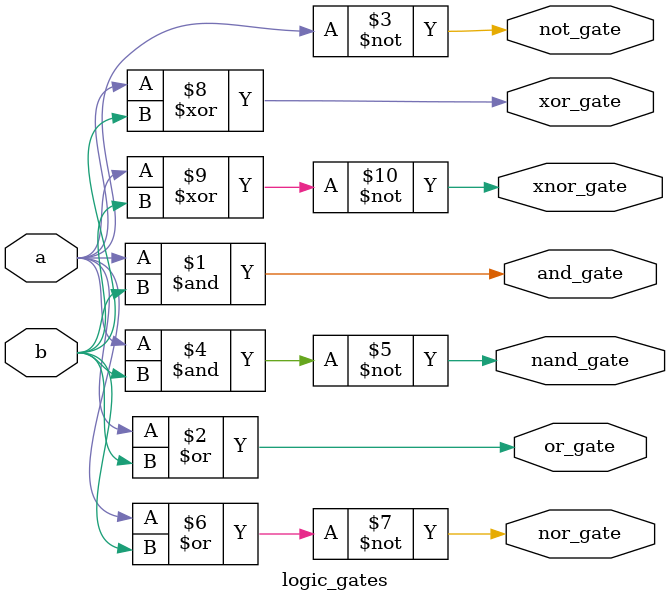
<source format=v>
`timescale 1ns / 1ps


module logic_gates(        
    input a,b,             // taking 2 inputs, a and b
    output and_gate,   // taking and_gate as output of AND operation
    output or_gate,    // taking or_gate as output of OR operation
    output not_gate,   // taking not_gate as output of NOT operation
    output nand_gate,  // taking nand_gate as output of NAND operation
    output nor_gate,   // taking nor_gate as output of NOR operation
    output xor_gate,   // taking xor_gate as output of XOR operation
    output xnor_gate   // taking xnor_gate as output of XNOR operation
    );
    
//why didn't we use reg type as output?
// output signals in structural modelling are typically connected to other modules or components via continuous assignments
    
    //in structural modelling, we generally use assign statements
    //because they are used to create continuous assignments for signals, which is essential to model the interconnections between different hardware components
    //they act as continously driven statements.
    assign and_gate= a&b;
    assign or_gate= a|b;
    assign not_gate= ~a; 
    assign nand_gate= ~(a&b);
    assign nor_gate= ~(a|b);
    assign xor_gate= a^b; 
    assign xnor_gate= ~(a^b);
    
    // NOTE: it is all boolean operations
endmodule

</source>
